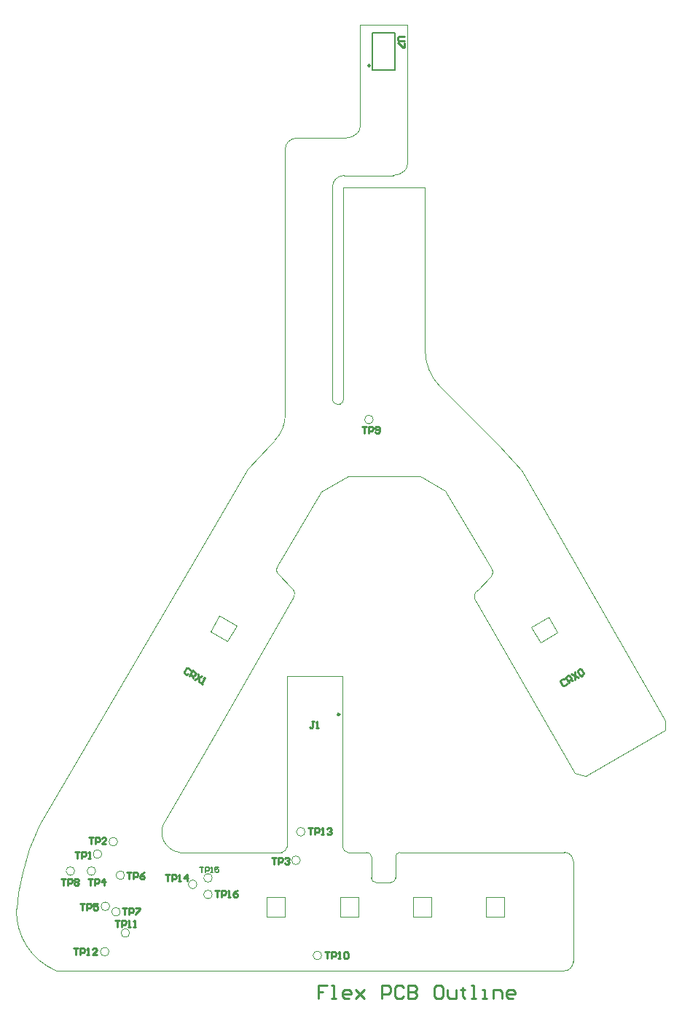
<source format=gto>
G04*
G04 #@! TF.GenerationSoftware,Altium Limited,Altium Designer,18.1.4 (159)*
G04*
G04 Layer_Color=65535*
%FSLAX44Y44*%
%MOMM*%
G71*
G01*
G75*
%ADD10C,0.2500*%
%ADD11C,0.0999*%
%ADD12C,0.1524*%
%ADD13C,0.2540*%
%ADD14C,0.2032*%
%ADD15C,0.0500*%
%ADD16C,0.0500*%
%ADD17C,0.0510*%
%ADD18C,0.0508*%
D10*
X364329Y1050953D02*
G03*
X364329Y1050953I-1189J0D01*
G01*
X328883Y297729D02*
G03*
X328883Y297729I-1250J0D01*
G01*
D11*
X61687Y74980D02*
G03*
X61687Y74980I-5000J0D01*
G01*
X70831Y149976D02*
G03*
X70831Y149976I-5000J0D01*
G01*
X283176Y128441D02*
G03*
X283176Y128441I-5000J0D01*
G01*
X45431Y115929D02*
G03*
X45431Y115929I-5000J0D01*
G01*
X79054Y111048D02*
G03*
X79054Y111048I-5000J0D01*
G01*
X73974Y68630D02*
G03*
X73974Y68630I-5000J0D01*
G01*
X21047Y115929D02*
G03*
X21047Y115929I-5000J0D01*
G01*
X367961Y640067D02*
G03*
X367961Y640067I-5000J0D01*
G01*
X308067Y17951D02*
G03*
X308067Y17951I-5000J0D01*
G01*
X84896Y43992D02*
G03*
X84896Y43992I-5000J0D01*
G01*
X60925Y22269D02*
G03*
X60925Y22269I-5000J0D01*
G01*
X288764Y161500D02*
G03*
X288764Y161500I-5000J0D01*
G01*
X163128Y100469D02*
G03*
X163128Y100469I-5000J0D01*
G01*
X180936Y108000D02*
G03*
X180936Y108000I-5000J0D01*
G01*
X180908Y88696D02*
G03*
X180908Y88696I-5000J0D01*
G01*
X52544Y135553D02*
G03*
X52544Y135553I-5000J0D01*
G01*
D12*
X367204Y1089352D02*
X392858D01*
X366954D02*
X367204Y1045352D01*
X392858D01*
Y1089352D01*
D13*
X21635Y138305D02*
X26714D01*
X24175D01*
Y130687D01*
X29253D02*
Y138305D01*
X33062D01*
X34331Y137035D01*
Y134496D01*
X33062Y133227D01*
X29253D01*
X36871Y130687D02*
X39410D01*
X38140D01*
Y138305D01*
X36871Y137035D01*
X183687Y93544D02*
X188766D01*
X186227D01*
Y85927D01*
X191305D02*
Y93544D01*
X195114D01*
X196383Y92275D01*
Y89735D01*
X195114Y88466D01*
X191305D01*
X198923Y85927D02*
X201462D01*
X200192D01*
Y93544D01*
X198923Y92275D01*
X210349Y93544D02*
X207810Y92275D01*
X205271Y89735D01*
Y87196D01*
X206540Y85927D01*
X209079D01*
X210349Y87196D01*
Y88466D01*
X209079Y89735D01*
X205271D01*
X126038Y111643D02*
X131116D01*
X128577D01*
Y104025D01*
X133655D02*
Y111643D01*
X137464D01*
X138734Y110373D01*
Y107834D01*
X137464Y106565D01*
X133655D01*
X141273Y104025D02*
X143812D01*
X142542D01*
Y111643D01*
X141273Y110373D01*
X151430Y104025D02*
Y111643D01*
X147621Y107834D01*
X152699D01*
X292654Y165808D02*
X297732D01*
X295193D01*
Y158190D01*
X300271D02*
Y165808D01*
X304080D01*
X305349Y164538D01*
Y161999D01*
X304080Y160729D01*
X300271D01*
X307889Y158190D02*
X310428D01*
X309158D01*
Y165808D01*
X307889Y164538D01*
X314237D02*
X315506Y165808D01*
X318045D01*
X319315Y164538D01*
Y163268D01*
X318045Y161999D01*
X316776D01*
X318045D01*
X319315Y160729D01*
Y159460D01*
X318045Y158190D01*
X315506D01*
X314237Y159460D01*
X20111Y26330D02*
X25190D01*
X22651D01*
Y18713D01*
X27729D02*
Y26330D01*
X31538D01*
X32807Y25060D01*
Y22521D01*
X31538Y21252D01*
X27729D01*
X35347Y18713D02*
X37886D01*
X36616D01*
Y26330D01*
X35347Y25060D01*
X46773Y18713D02*
X41695D01*
X46773Y23791D01*
Y25060D01*
X45503Y26330D01*
X42964D01*
X41695Y25060D01*
X67958Y58976D02*
X73036D01*
X70497D01*
Y51358D01*
X75575D02*
Y58976D01*
X79384D01*
X80654Y57706D01*
Y55167D01*
X79384Y53898D01*
X75575D01*
X83193Y51358D02*
X85732D01*
X84463D01*
Y58976D01*
X83193Y57706D01*
X89541Y51358D02*
X92080D01*
X90811D01*
Y58976D01*
X89541Y57706D01*
X312127Y21758D02*
X317205D01*
X314666D01*
Y14140D01*
X319745D02*
Y21758D01*
X323553D01*
X324823Y20488D01*
Y17949D01*
X323553Y16680D01*
X319745D01*
X327362Y14140D02*
X329901D01*
X328632D01*
Y21758D01*
X327362Y20488D01*
X333710D02*
X334980Y21758D01*
X337519D01*
X338788Y20488D01*
Y15410D01*
X337519Y14140D01*
X334980D01*
X333710Y15410D01*
Y20488D01*
X354833Y631936D02*
X359911D01*
X357372D01*
Y624319D01*
X362450D02*
Y631936D01*
X366259D01*
X367528Y630667D01*
Y628128D01*
X366259Y626858D01*
X362450D01*
X370068Y625588D02*
X371337Y624319D01*
X373876D01*
X375146Y625588D01*
Y630667D01*
X373876Y631936D01*
X371337D01*
X370068Y630667D01*
Y629397D01*
X371337Y628128D01*
X375146D01*
X5379Y107102D02*
X10458D01*
X7919D01*
Y99485D01*
X12997D02*
Y107102D01*
X16806D01*
X18075Y105832D01*
Y103293D01*
X16806Y102024D01*
X12997D01*
X20615Y105832D02*
X21884Y107102D01*
X24423D01*
X25693Y105832D01*
Y104563D01*
X24423Y103293D01*
X25693Y102024D01*
Y100754D01*
X24423Y99485D01*
X21884D01*
X20615Y100754D01*
Y102024D01*
X21884Y103293D01*
X20615Y104563D01*
Y105832D01*
X21884Y103293D02*
X24423D01*
X76768Y72692D02*
X81846D01*
X79307D01*
Y65074D01*
X84385D02*
Y72692D01*
X88194D01*
X89464Y71422D01*
Y68883D01*
X88194Y67614D01*
X84385D01*
X92003Y72692D02*
X97081D01*
Y71422D01*
X92003Y66344D01*
Y65074D01*
X81928Y114257D02*
X87006D01*
X84467D01*
Y106639D01*
X89545D02*
Y114257D01*
X93354D01*
X94624Y112987D01*
Y110448D01*
X93354Y109178D01*
X89545D01*
X102241Y114257D02*
X99702Y112987D01*
X97163Y110448D01*
Y107909D01*
X98433Y106639D01*
X100972D01*
X102241Y107909D01*
Y109178D01*
X100972Y110448D01*
X97163D01*
X36367Y107102D02*
X41446D01*
X38907D01*
Y99485D01*
X43985D02*
Y107102D01*
X47794D01*
X49063Y105832D01*
Y103293D01*
X47794Y102024D01*
X43985D01*
X55411Y99485D02*
Y107102D01*
X51603Y103293D01*
X56681D01*
X249982Y131740D02*
X255061D01*
X252521D01*
Y124122D01*
X257600D02*
Y131740D01*
X261409D01*
X262678Y130470D01*
Y127931D01*
X261409Y126662D01*
X257600D01*
X265217Y130470D02*
X266487Y131740D01*
X269026D01*
X270296Y130470D01*
Y129201D01*
X269026Y127931D01*
X267757D01*
X269026D01*
X270296Y126662D01*
Y125392D01*
X269026Y124122D01*
X266487D01*
X265217Y125392D01*
X37129Y155054D02*
X42208D01*
X39669D01*
Y147436D01*
X44747D02*
Y155054D01*
X48556D01*
X49825Y153784D01*
Y151245D01*
X48556Y149975D01*
X44747D01*
X57443Y147436D02*
X52365D01*
X57443Y152515D01*
Y153784D01*
X56173Y155054D01*
X53634D01*
X52365Y153784D01*
X155048Y348765D02*
X154584Y350499D01*
X152385Y351768D01*
X150650Y351304D01*
X148111Y346906D01*
X148576Y345172D01*
X150775Y343902D01*
X152509Y344367D01*
X154073Y341997D02*
X157882Y348595D01*
X161180Y346690D01*
X161645Y344956D01*
X160375Y342757D01*
X158641Y342292D01*
X155343Y344197D01*
X157542Y342927D02*
X158471Y339458D01*
X164479Y344786D02*
X165068Y335650D01*
X168877Y342247D02*
X160670Y338189D01*
X167267Y334380D02*
X169466Y333110D01*
X168367Y333745D01*
X172175Y340342D01*
X170441Y339878D01*
X590067Y338437D02*
X588333Y338902D01*
X586134Y337632D01*
X585669Y335898D01*
X588208Y331500D01*
X589942Y331036D01*
X592141Y332305D01*
X592606Y334039D01*
X595440Y334210D02*
X591631Y340807D01*
X594930Y342711D01*
X596664Y342246D01*
X597934Y340047D01*
X597469Y338313D01*
X594170Y336409D01*
X596369Y337678D02*
X599838Y336749D01*
X598228Y344615D02*
X606435Y340558D01*
X602626Y347154D02*
X602037Y338018D01*
X605460Y347325D02*
X605925Y349059D01*
X608124Y350328D01*
X609858Y349864D01*
X612397Y345466D01*
X611932Y343731D01*
X609733Y342462D01*
X607999Y342927D01*
X605460Y347325D01*
X404031Y1084359D02*
X397683D01*
X396414Y1083089D01*
Y1080550D01*
X397683Y1079280D01*
X404031D01*
Y1076741D02*
Y1071663D01*
X402761D01*
X397683Y1076741D01*
X396414D01*
X298820Y289626D02*
X296281D01*
X297550D01*
Y283278D01*
X296281Y282008D01*
X295011D01*
X293742Y283278D01*
X301359Y282008D02*
X303898D01*
X302629D01*
Y289626D01*
X301359Y288356D01*
X27478Y78146D02*
X32556D01*
X30017D01*
Y70528D01*
X35095D02*
Y78146D01*
X38904D01*
X40173Y76876D01*
Y74337D01*
X38904Y73068D01*
X35095D01*
X47791Y78146D02*
X42713D01*
Y74337D01*
X45252Y75607D01*
X46521D01*
X47791Y74337D01*
Y71798D01*
X46521Y70528D01*
X43982D01*
X42713Y71798D01*
X314494Y-16853D02*
X304338D01*
Y-24470D01*
X309416D01*
X304338D01*
Y-32088D01*
X319573D02*
X324651D01*
X322112D01*
Y-16853D01*
X319573D01*
X339886Y-32088D02*
X334808D01*
X332268Y-29548D01*
Y-24470D01*
X334808Y-21931D01*
X339886D01*
X342425Y-24470D01*
Y-27009D01*
X332268D01*
X347504Y-21931D02*
X357660Y-32088D01*
X352582Y-27009D01*
X357660Y-21931D01*
X347504Y-32088D01*
X377974D02*
Y-16853D01*
X385591D01*
X388130Y-19392D01*
Y-24470D01*
X385591Y-27009D01*
X377974D01*
X403366Y-19392D02*
X400826Y-16853D01*
X395748D01*
X393209Y-19392D01*
Y-29548D01*
X395748Y-32088D01*
X400826D01*
X403366Y-29548D01*
X408444Y-16853D02*
Y-32088D01*
X416061D01*
X418601Y-29548D01*
Y-27009D01*
X416061Y-24470D01*
X408444D01*
X416061D01*
X418601Y-21931D01*
Y-19392D01*
X416061Y-16853D01*
X408444D01*
X446531D02*
X441453D01*
X438914Y-19392D01*
Y-29548D01*
X441453Y-32088D01*
X446531D01*
X449071Y-29548D01*
Y-19392D01*
X446531Y-16853D01*
X454149Y-21931D02*
Y-29548D01*
X456688Y-32088D01*
X464306D01*
Y-21931D01*
X471923Y-19392D02*
Y-21931D01*
X469384D01*
X474463D01*
X471923D01*
Y-29548D01*
X474463Y-32088D01*
X482080D02*
X487158D01*
X484619D01*
Y-16853D01*
X482080D01*
X494776Y-32088D02*
X499854D01*
X497315D01*
Y-21931D01*
X494776D01*
X507472Y-32088D02*
Y-21931D01*
X515089D01*
X517629Y-24470D01*
Y-32088D01*
X530324D02*
X525246D01*
X522707Y-29548D01*
Y-24470D01*
X525246Y-21931D01*
X530324D01*
X532864Y-24470D01*
Y-27009D01*
X522707D01*
D14*
X166458Y120532D02*
X170690D01*
X168574D01*
Y114184D01*
X172806D02*
Y120532D01*
X175980D01*
X177038Y119474D01*
Y117358D01*
X175980Y116300D01*
X172806D01*
X179154Y114184D02*
X181270D01*
X180212D01*
Y120532D01*
X179154Y119474D01*
X188676Y120532D02*
X184444D01*
Y117358D01*
X186560Y118416D01*
X187618D01*
X188676Y117358D01*
Y115242D01*
X187618Y114184D01*
X185502D01*
X184444Y115242D01*
D15*
X600247Y127484D02*
G03*
X590088Y137644I-10160J0D01*
G01*
X589833Y0D02*
G03*
X600247Y10414I0J10414D01*
G01*
X614932Y226313D02*
X707436Y279556D01*
Y290448D01*
X600247Y127170D02*
Y127484D01*
X589580Y137644D02*
X590088D01*
X600247Y10414D02*
Y127170D01*
X-32213Y141140D02*
X-20447Y169226D01*
X-39578Y114471D02*
X-32213Y141140D01*
X-44658Y90849D02*
X-39578Y114471D01*
X-46625Y72103D02*
X-44658Y90849D01*
X571624Y410713D02*
X582063Y392583D01*
X551692Y399236D02*
X562131Y381106D01*
X551692Y399236D02*
X571624Y410713D01*
X562131Y381106D02*
X582063Y392583D01*
X178657Y394193D02*
X189096Y412323D01*
X198589Y382716D02*
X209028Y400846D01*
X189096Y412323D02*
X209028Y400846D01*
X178657Y394193D02*
X198589Y382716D01*
X398980Y137644D02*
X589580Y137644D01*
X338541Y137584D02*
X360648D01*
X143128Y137644D02*
X158863D01*
X200145Y137584D02*
X261566D01*
X325067Y658299D02*
X329291D01*
X371294Y102533D02*
X388334D01*
X422905Y574221D02*
X451495Y556926D01*
X505860Y466230D01*
X489008Y441558D02*
X504336Y457340D01*
X505860Y459626D01*
X506622Y462928D01*
X505860Y466230D02*
X506622Y462928D01*
X257617Y460498D02*
X272945Y444716D01*
X256093Y462784D02*
X257617Y460498D01*
X255331Y466086D02*
X256093Y462784D01*
X255331Y466086D02*
X256093Y469388D01*
X256081Y469395D02*
X308048Y556090D01*
X428241Y729359D02*
Y909359D01*
X333241Y729359D02*
Y909359D01*
D16*
X398980Y137644D02*
G03*
X393980Y132601I22J-5022D01*
G01*
X332508Y143681D02*
G03*
X338541Y137584I6065J-31D01*
G01*
X329291Y658299D02*
G03*
X333241Y662857I-304J4254D01*
G01*
X320683D02*
G03*
X325067Y658299I4849J277D01*
G01*
X261566Y137584D02*
G03*
X267507Y143772I-123J6065D01*
G01*
X388334Y102533D02*
G03*
X393980Y108045I67J5579D01*
G01*
X365648D02*
G03*
X371294Y102533I5579J67D01*
G01*
X489008Y441558D02*
G03*
X487080Y429517I5057J-6985D01*
G01*
X274873Y432675D02*
G03*
X272945Y444716I-6985J5057D01*
G01*
X-46625Y72103D02*
G03*
X0Y13I75007J-2611D01*
G01*
X125806Y173617D02*
G03*
X143128Y137644I19993J-12530D01*
G01*
X391126Y923399D02*
G03*
X404617Y928987I0J19079D01*
G01*
X428241Y720934D02*
G03*
X446201Y677573I61321J0D01*
G01*
X279164Y966804D02*
G03*
X269353Y962740I0J-13875D01*
G01*
X349617Y972392D02*
G03*
X352805Y980088I-7696J7696D01*
G01*
X334164Y923399D02*
G03*
X324353Y919335I0J-13875D01*
G01*
X269353Y962740D02*
G03*
X265683Y953879I8860J-8860D01*
G01*
X253487Y615834D02*
G03*
X265683Y645278I-29444J29444D01*
G01*
X404617Y928987D02*
G03*
X407805Y936684I-7696J7696D01*
G01*
X365648Y132601D02*
G03*
X360648Y137584I-4992J-8D01*
G01*
X336126Y966804D02*
G03*
X349617Y972392I0J19079D01*
G01*
X324353Y919335D02*
G03*
X320683Y910475I8860J-8860D01*
G01*
X614479Y226052D02*
X614932Y226313D01*
X602264Y229344D02*
X614479Y226052D01*
X499396Y62979D02*
Y85979D01*
Y62979D02*
X520396D01*
Y85979D01*
X499396D02*
X520396D01*
X414396Y62980D02*
Y85980D01*
Y62980D02*
X435396D01*
Y85980D01*
X414396D02*
X435396D01*
X329396Y62979D02*
Y85979D01*
Y62979D02*
X350396D01*
Y85979D01*
X329396D02*
X350396D01*
X244396D02*
X265396D01*
Y62979D02*
Y85979D01*
X244396Y62979D02*
X265396D01*
X244396D02*
Y85979D01*
X267507Y143772D02*
Y342054D01*
X332508Y143681D02*
Y342054D01*
X267507D02*
X332508D01*
X393980Y108045D02*
Y132601D01*
X487080Y429517D02*
X602264Y229344D01*
X0Y0D02*
X532999Y0D01*
X589833D01*
X333241Y909359D02*
X428241D01*
X334164Y923399D02*
X391126D01*
X446201Y677573D02*
X514176Y609599D01*
X177228Y262982D02*
X274873Y432675D01*
X540153Y581162D02*
X595391Y485166D01*
X707436Y290448D01*
X166106Y487019D02*
X222176Y582534D01*
X-20447Y169226D02*
X166106Y487019D01*
X125806Y173617D02*
X177228Y262982D01*
X308048Y556090D02*
X339311Y574555D01*
X342898Y574567D02*
X422905Y574221D01*
X279164Y966804D02*
X336126D01*
X514176Y609599D02*
X540153Y581162D01*
X222176Y582534D02*
X248399Y610746D01*
X253487Y615834D01*
X158923Y137584D02*
X200145D01*
X320683Y662857D02*
Y900046D01*
X428241Y720934D02*
Y729359D01*
X365648Y108045D02*
Y132601D01*
X333241Y662857D02*
Y729359D01*
X320683Y900046D02*
Y910475D01*
X339311Y574555D02*
X341104Y574576D01*
X342898Y574567D01*
X265683Y645278D02*
Y651873D01*
D17*
X352805Y1098628D02*
X407805D01*
Y936684D02*
Y1098628D01*
D18*
X352805Y980088D02*
Y1098628D01*
X265683Y651873D02*
X265683Y953879D01*
M02*

</source>
